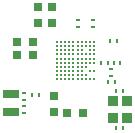
<source format=gtp>
G04*
G04 #@! TF.GenerationSoftware,Altium Limited,Altium Designer,19.0.10 (269)*
G04*
G04 Layer_Color=8421504*
%FSLAX24Y24*%
%MOIN*%
G70*
G01*
G75*
%ADD13R,0.0335X0.0374*%
%ADD14R,0.0106X0.0118*%
%ADD15R,0.0551X0.0295*%
%ADD16C,0.0079*%
%ADD17R,0.0315X0.0295*%
%ADD18R,0.0295X0.0315*%
%ADD19R,0.0118X0.0106*%
D13*
X1704Y-1350D02*
D03*
X1252D02*
D03*
Y-1921D02*
D03*
X1704D02*
D03*
D14*
X1590Y-2246D02*
D03*
X1366D02*
D03*
X1366Y-1025D02*
D03*
X1590D02*
D03*
X1089Y-721D02*
D03*
X1313D02*
D03*
X1275Y-69D02*
D03*
X1500D02*
D03*
X845Y-69D02*
D03*
X1070D02*
D03*
X1383Y639D02*
D03*
X1158D02*
D03*
X-1453Y-1130D02*
D03*
X-1228D02*
D03*
D15*
X-2132Y-1696D02*
D03*
Y-1125D02*
D03*
D16*
X-620Y620D02*
D03*
X620Y-344D02*
D03*
X482D02*
D03*
X620Y-620D02*
D03*
X-482Y620D02*
D03*
X-344D02*
D03*
X-207D02*
D03*
X-69D02*
D03*
X69D02*
D03*
X207D02*
D03*
X344D02*
D03*
X482D02*
D03*
X620D02*
D03*
X-620Y482D02*
D03*
X-482D02*
D03*
X-344D02*
D03*
X-207D02*
D03*
X-69D02*
D03*
X69D02*
D03*
X207D02*
D03*
X344D02*
D03*
X482D02*
D03*
X620D02*
D03*
X-620Y344D02*
D03*
X-482D02*
D03*
X-344D02*
D03*
X-207D02*
D03*
X-69D02*
D03*
X69D02*
D03*
X207D02*
D03*
X482D02*
D03*
X620D02*
D03*
X-620Y207D02*
D03*
X-482D02*
D03*
X-344D02*
D03*
X-207D02*
D03*
X-69D02*
D03*
X69D02*
D03*
X207D02*
D03*
X344D02*
D03*
X482D02*
D03*
X620D02*
D03*
X-620Y69D02*
D03*
X-482D02*
D03*
X-344D02*
D03*
X-207D02*
D03*
X-69D02*
D03*
X69D02*
D03*
X207D02*
D03*
X344D02*
D03*
X482D02*
D03*
X620D02*
D03*
X-620Y-69D02*
D03*
X-482D02*
D03*
X-344D02*
D03*
X-207D02*
D03*
X-69D02*
D03*
X69D02*
D03*
X207D02*
D03*
X344D02*
D03*
X482D02*
D03*
X620D02*
D03*
X-620Y-207D02*
D03*
X-482D02*
D03*
X-344D02*
D03*
X-207D02*
D03*
X-69D02*
D03*
X69D02*
D03*
X207D02*
D03*
X344D02*
D03*
X-620Y-344D02*
D03*
X-482D02*
D03*
X-344D02*
D03*
X-207D02*
D03*
X-69D02*
D03*
X69D02*
D03*
X207D02*
D03*
X-620Y-482D02*
D03*
X-482D02*
D03*
X-344D02*
D03*
X-207D02*
D03*
X-69D02*
D03*
X69D02*
D03*
X207D02*
D03*
X344D02*
D03*
X-620Y-620D02*
D03*
X-482D02*
D03*
X-344D02*
D03*
X-207D02*
D03*
X-69D02*
D03*
X69D02*
D03*
X207D02*
D03*
X344D02*
D03*
X482D02*
D03*
D17*
X-1250Y1250D02*
D03*
Y1781D02*
D03*
X-787Y1250D02*
D03*
Y1781D02*
D03*
X-727Y-1179D02*
D03*
Y-1710D02*
D03*
D18*
X-1407Y630D02*
D03*
X-1939D02*
D03*
X-276Y-1730D02*
D03*
X256D02*
D03*
X-1407Y197D02*
D03*
X-1939D02*
D03*
D19*
X-1709Y-1306D02*
D03*
Y-1082D02*
D03*
Y-1525D02*
D03*
Y-1749D02*
D03*
X600Y1352D02*
D03*
Y1128D02*
D03*
X90Y1352D02*
D03*
Y1128D02*
D03*
X1173Y-287D02*
D03*
Y-511D02*
D03*
M02*

</source>
